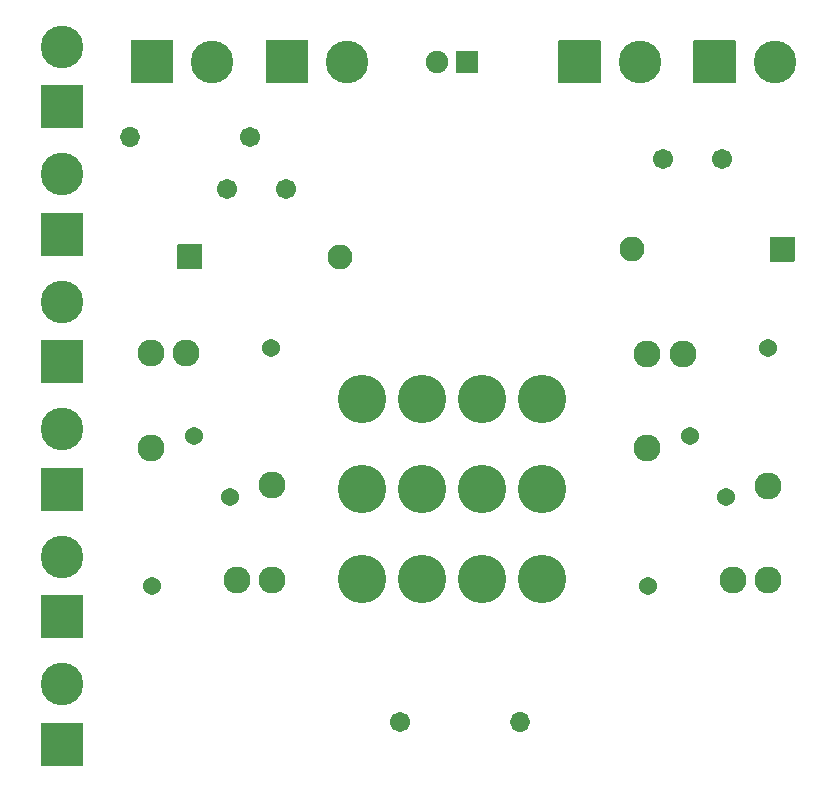
<source format=gbr>
G04 #@! TF.GenerationSoftware,KiCad,Pcbnew,(5.1.9)-1*
G04 #@! TF.CreationDate,2023-04-15T15:35:37-07:00*
G04 #@! TF.ProjectId,RELAYC,52454c41-5943-42e6-9b69-6361645f7063,rev?*
G04 #@! TF.SameCoordinates,Original*
G04 #@! TF.FileFunction,Soldermask,Top*
G04 #@! TF.FilePolarity,Negative*
%FSLAX46Y46*%
G04 Gerber Fmt 4.6, Leading zero omitted, Abs format (unit mm)*
G04 Created by KiCad (PCBNEW (5.1.9)-1) date 2023-04-15 15:35:37*
%MOMM*%
%LPD*%
G01*
G04 APERTURE LIST*
%ADD10C,3.602120*%
%ADD11C,1.540000*%
%ADD12C,2.277000*%
%ADD13O,2.102000X2.102000*%
%ADD14C,1.702000*%
%ADD15O,1.702000X1.702000*%
%ADD16C,1.902000*%
%ADD17C,4.102000*%
G04 APERTURE END LIST*
D10*
X129540000Y-65405000D03*
G36*
G01*
X122658940Y-67155060D02*
X122658940Y-63654940D01*
G75*
G02*
X122709940Y-63603940I51000J0D01*
G01*
X126210060Y-63603940D01*
G75*
G02*
X126261060Y-63654940I0J-51000D01*
G01*
X126261060Y-67155060D01*
G75*
G02*
X126210060Y-67206060I-51000J0D01*
G01*
X122709940Y-67206060D01*
G75*
G02*
X122658940Y-67155060I0J51000D01*
G01*
G37*
X118110000Y-65405000D03*
G36*
G01*
X111228940Y-67155060D02*
X111228940Y-63654940D01*
G75*
G02*
X111279940Y-63603940I51000J0D01*
G01*
X114780060Y-63603940D01*
G75*
G02*
X114831060Y-63654940I0J-51000D01*
G01*
X114831060Y-67155060D01*
G75*
G02*
X114780060Y-67206060I-51000J0D01*
G01*
X111279940Y-67206060D01*
G75*
G02*
X111228940Y-67155060I0J51000D01*
G01*
G37*
X93345000Y-65405000D03*
G36*
G01*
X86463940Y-67155060D02*
X86463940Y-63654940D01*
G75*
G02*
X86514940Y-63603940I51000J0D01*
G01*
X90015060Y-63603940D01*
G75*
G02*
X90066060Y-63654940I0J-51000D01*
G01*
X90066060Y-67155060D01*
G75*
G02*
X90015060Y-67206060I-51000J0D01*
G01*
X86514940Y-67206060D01*
G75*
G02*
X86463940Y-67155060I0J51000D01*
G01*
G37*
X81915000Y-65405000D03*
G36*
G01*
X75033940Y-67155060D02*
X75033940Y-63654940D01*
G75*
G02*
X75084940Y-63603940I51000J0D01*
G01*
X78585060Y-63603940D01*
G75*
G02*
X78636060Y-63654940I0J-51000D01*
G01*
X78636060Y-67155060D01*
G75*
G02*
X78585060Y-67206060I-51000J0D01*
G01*
X75084940Y-67206060D01*
G75*
G02*
X75033940Y-67155060I0J51000D01*
G01*
G37*
X69215000Y-118110000D03*
G36*
G01*
X70965060Y-124991060D02*
X67464940Y-124991060D01*
G75*
G02*
X67413940Y-124940060I0J51000D01*
G01*
X67413940Y-121439940D01*
G75*
G02*
X67464940Y-121388940I51000J0D01*
G01*
X70965060Y-121388940D01*
G75*
G02*
X71016060Y-121439940I0J-51000D01*
G01*
X71016060Y-124940060D01*
G75*
G02*
X70965060Y-124991060I-51000J0D01*
G01*
G37*
X69215000Y-107315000D03*
G36*
G01*
X70965060Y-114196060D02*
X67464940Y-114196060D01*
G75*
G02*
X67413940Y-114145060I0J51000D01*
G01*
X67413940Y-110644940D01*
G75*
G02*
X67464940Y-110593940I51000J0D01*
G01*
X70965060Y-110593940D01*
G75*
G02*
X71016060Y-110644940I0J-51000D01*
G01*
X71016060Y-114145060D01*
G75*
G02*
X70965060Y-114196060I-51000J0D01*
G01*
G37*
X69215000Y-96520000D03*
G36*
G01*
X70965060Y-103401060D02*
X67464940Y-103401060D01*
G75*
G02*
X67413940Y-103350060I0J51000D01*
G01*
X67413940Y-99849940D01*
G75*
G02*
X67464940Y-99798940I51000J0D01*
G01*
X70965060Y-99798940D01*
G75*
G02*
X71016060Y-99849940I0J-51000D01*
G01*
X71016060Y-103350060D01*
G75*
G02*
X70965060Y-103401060I-51000J0D01*
G01*
G37*
X69215000Y-85725000D03*
G36*
G01*
X70965060Y-92606060D02*
X67464940Y-92606060D01*
G75*
G02*
X67413940Y-92555060I0J51000D01*
G01*
X67413940Y-89054940D01*
G75*
G02*
X67464940Y-89003940I51000J0D01*
G01*
X70965060Y-89003940D01*
G75*
G02*
X71016060Y-89054940I0J-51000D01*
G01*
X71016060Y-92555060D01*
G75*
G02*
X70965060Y-92606060I-51000J0D01*
G01*
G37*
X69215000Y-74930000D03*
G36*
G01*
X70965060Y-81811060D02*
X67464940Y-81811060D01*
G75*
G02*
X67413940Y-81760060I0J51000D01*
G01*
X67413940Y-78259940D01*
G75*
G02*
X67464940Y-78208940I51000J0D01*
G01*
X70965060Y-78208940D01*
G75*
G02*
X71016060Y-78259940I0J-51000D01*
G01*
X71016060Y-81760060D01*
G75*
G02*
X70965060Y-81811060I-51000J0D01*
G01*
G37*
X69215000Y-64135000D03*
G36*
G01*
X70965060Y-71016060D02*
X67464940Y-71016060D01*
G75*
G02*
X67413940Y-70965060I0J51000D01*
G01*
X67413940Y-67464940D01*
G75*
G02*
X67464940Y-67413940I51000J0D01*
G01*
X70965060Y-67413940D01*
G75*
G02*
X71016060Y-67464940I0J-51000D01*
G01*
X71016060Y-70965060D01*
G75*
G02*
X70965060Y-71016060I-51000J0D01*
G01*
G37*
D11*
X86935000Y-89605000D03*
X80335000Y-97105000D03*
X83395000Y-102275000D03*
X76795000Y-109775000D03*
D12*
X86995000Y-109275000D03*
X86995000Y-101275000D03*
X83995000Y-109275000D03*
X76735000Y-90105000D03*
X76735000Y-98105000D03*
X79735000Y-90105000D03*
D13*
X92710000Y-81915000D03*
G36*
G01*
X78959000Y-82915000D02*
X78959000Y-80915000D01*
G75*
G02*
X79010000Y-80864000I51000J0D01*
G01*
X81010000Y-80864000D01*
G75*
G02*
X81061000Y-80915000I0J-51000D01*
G01*
X81061000Y-82915000D01*
G75*
G02*
X81010000Y-82966000I-51000J0D01*
G01*
X79010000Y-82966000D01*
G75*
G02*
X78959000Y-82915000I0J51000D01*
G01*
G37*
D14*
X88185000Y-76200000D03*
X83185000Y-76200000D03*
D11*
X118805000Y-109785000D03*
X125405000Y-102285000D03*
X122345000Y-97115000D03*
X128945000Y-89615000D03*
D12*
X118745000Y-90115000D03*
X118745000Y-98115000D03*
X121745000Y-90115000D03*
X129005000Y-109285000D03*
X129005000Y-101285000D03*
X126005000Y-109285000D03*
D14*
X85090000Y-71755000D03*
D15*
X74930000Y-71755000D03*
D14*
X97790000Y-121285000D03*
D15*
X107950000Y-121285000D03*
G36*
G01*
X131226000Y-80280000D02*
X131226000Y-82280000D01*
G75*
G02*
X131175000Y-82331000I-51000J0D01*
G01*
X129175000Y-82331000D01*
G75*
G02*
X129124000Y-82280000I0J51000D01*
G01*
X129124000Y-80280000D01*
G75*
G02*
X129175000Y-80229000I51000J0D01*
G01*
X131175000Y-80229000D01*
G75*
G02*
X131226000Y-80280000I0J-51000D01*
G01*
G37*
D13*
X117475000Y-81280000D03*
G36*
G01*
X104456000Y-64505000D02*
X104456000Y-66305000D01*
G75*
G02*
X104405000Y-66356000I-51000J0D01*
G01*
X102605000Y-66356000D01*
G75*
G02*
X102554000Y-66305000I0J51000D01*
G01*
X102554000Y-64505000D01*
G75*
G02*
X102605000Y-64454000I51000J0D01*
G01*
X104405000Y-64454000D01*
G75*
G02*
X104456000Y-64505000I0J-51000D01*
G01*
G37*
D16*
X100965000Y-65405000D03*
D14*
X125095000Y-73660000D03*
X120095000Y-73660000D03*
D17*
X109855000Y-93980000D03*
X104775000Y-93980000D03*
X109855000Y-101600000D03*
X104775000Y-101600000D03*
X109855000Y-109220000D03*
X104775000Y-109220000D03*
X94615000Y-109220000D03*
X99695000Y-109220000D03*
X94615000Y-101600000D03*
X99695000Y-101600000D03*
X94615000Y-93980000D03*
X99695000Y-93980000D03*
M02*

</source>
